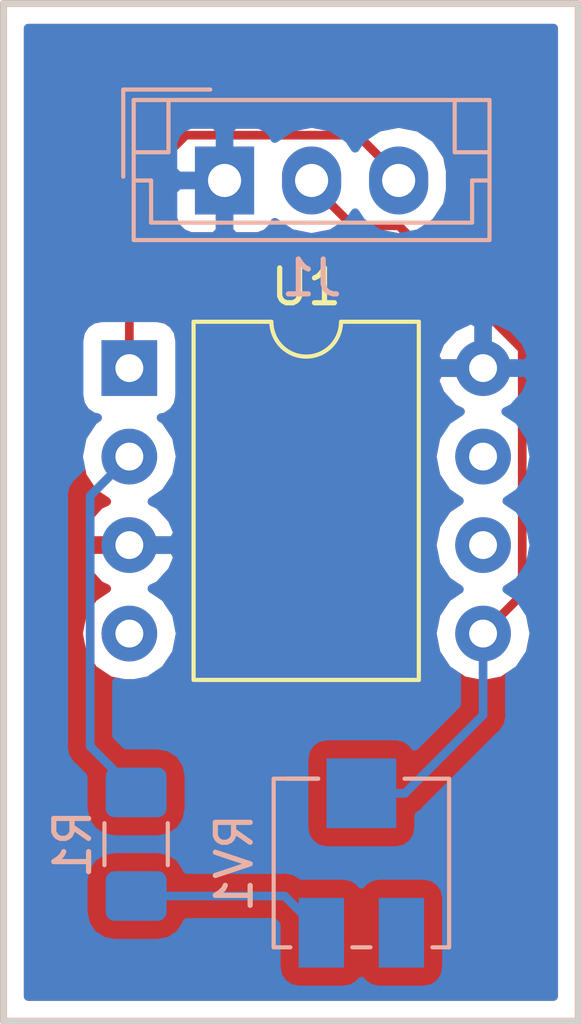
<source format=kicad_pcb>
(kicad_pcb (version 20171130) (host pcbnew "(5.0.0-3-g5ebb6b6)")

  (general
    (thickness 1.6)
    (drawings 8)
    (tracks 22)
    (zones 0)
    (modules 4)
    (nets 10)
  )

  (page A4)
  (layers
    (0 F.Cu signal)
    (31 B.Cu signal)
    (32 B.Adhes user)
    (33 F.Adhes user)
    (34 B.Paste user)
    (35 F.Paste user)
    (36 B.SilkS user)
    (37 F.SilkS user)
    (38 B.Mask user)
    (39 F.Mask user)
    (40 Dwgs.User user)
    (41 Cmts.User user)
    (42 Eco1.User user)
    (43 Eco2.User user)
    (44 Edge.Cuts user)
    (45 Margin user)
    (46 B.CrtYd user)
    (47 F.CrtYd user)
    (48 B.Fab user)
    (49 F.Fab user)
  )

  (setup
    (last_trace_width 0.25)
    (trace_clearance 0.2)
    (zone_clearance 0.508)
    (zone_45_only no)
    (trace_min 0.2)
    (segment_width 0.2)
    (edge_width 0.15)
    (via_size 0.8)
    (via_drill 0.4)
    (via_min_size 0.4)
    (via_min_drill 0.3)
    (uvia_size 0.3)
    (uvia_drill 0.1)
    (uvias_allowed no)
    (uvia_min_size 0.2)
    (uvia_min_drill 0.1)
    (pcb_text_width 0.3)
    (pcb_text_size 1.5 1.5)
    (mod_edge_width 0.15)
    (mod_text_size 1 1)
    (mod_text_width 0.15)
    (pad_size 1.524 1.524)
    (pad_drill 0.762)
    (pad_to_mask_clearance 0.2)
    (aux_axis_origin 0 0)
    (visible_elements FFFFFF7F)
    (pcbplotparams
      (layerselection 0x010fc_ffffffff)
      (usegerberextensions false)
      (usegerberattributes false)
      (usegerberadvancedattributes false)
      (creategerberjobfile false)
      (excludeedgelayer true)
      (linewidth 0.100000)
      (plotframeref false)
      (viasonmask false)
      (mode 1)
      (useauxorigin false)
      (hpglpennumber 1)
      (hpglpenspeed 20)
      (hpglpendiameter 15.000000)
      (psnegative false)
      (psa4output false)
      (plotreference true)
      (plotvalue true)
      (plotinvisibletext false)
      (padsonsilk false)
      (subtractmaskfromsilk false)
      (outputformat 1)
      (mirror false)
      (drillshape 0)
      (scaleselection 1)
      (outputdirectory "gerbers"))
  )

  (net 0 "")
  (net 1 "Net-(J1-Pad2)")
  (net 2 "Net-(RV1-Pad3)")
  (net 3 +5V)
  (net 4 "Net-(U1-Pad6)")
  (net 5 GND)
  (net 6 "Net-(U1-Pad7)")
  (net 7 "Net-(U1-Pad4)")
  (net 8 "Net-(R1-Pad1)")
  (net 9 "Net-(R1-Pad2)")

  (net_class Default "Dies ist die voreingestellte Netzklasse."
    (clearance 0.2)
    (trace_width 0.25)
    (via_dia 0.8)
    (via_drill 0.4)
    (uvia_dia 0.3)
    (uvia_drill 0.1)
    (add_net +5V)
    (add_net GND)
    (add_net "Net-(J1-Pad2)")
    (add_net "Net-(R1-Pad1)")
    (add_net "Net-(R1-Pad2)")
    (add_net "Net-(RV1-Pad3)")
    (add_net "Net-(U1-Pad4)")
    (add_net "Net-(U1-Pad6)")
    (add_net "Net-(U1-Pad7)")
  )

  (module Connector_JST:JST_EH_B03B-EH-A_1x03_P2.50mm_Vertical (layer B.Cu) (tedit 5A0EB040) (tstamp 5BC51AFC)
    (at 156.21 72.39)
    (descr "JST EH series connector, B03B-EH-A (http://www.jst-mfg.com/product/pdf/eng/eEH.pdf), generated with kicad-footprint-generator")
    (tags "connector JST EH side entry")
    (path /5BB8BEEF)
    (fp_text reference J1 (at 2.5 2.8) (layer B.SilkS)
      (effects (font (size 1 1) (thickness 0.15)) (justify mirror))
    )
    (fp_text value Conn_01x03_Male (at 2.5 -3.4) (layer B.Fab)
      (effects (font (size 1 1) (thickness 0.15)) (justify mirror))
    )
    (fp_line (start -2.5 1.6) (end -2.5 -2.2) (layer B.Fab) (width 0.1))
    (fp_line (start -2.5 -2.2) (end 7.5 -2.2) (layer B.Fab) (width 0.1))
    (fp_line (start 7.5 -2.2) (end 7.5 1.6) (layer B.Fab) (width 0.1))
    (fp_line (start 7.5 1.6) (end -2.5 1.6) (layer B.Fab) (width 0.1))
    (fp_line (start -3 2.1) (end -3 -2.7) (layer B.CrtYd) (width 0.05))
    (fp_line (start -3 -2.7) (end 8 -2.7) (layer B.CrtYd) (width 0.05))
    (fp_line (start 8 -2.7) (end 8 2.1) (layer B.CrtYd) (width 0.05))
    (fp_line (start 8 2.1) (end -3 2.1) (layer B.CrtYd) (width 0.05))
    (fp_line (start -2.61 1.71) (end -2.61 -2.31) (layer B.SilkS) (width 0.12))
    (fp_line (start -2.61 -2.31) (end 7.61 -2.31) (layer B.SilkS) (width 0.12))
    (fp_line (start 7.61 -2.31) (end 7.61 1.71) (layer B.SilkS) (width 0.12))
    (fp_line (start 7.61 1.71) (end -2.61 1.71) (layer B.SilkS) (width 0.12))
    (fp_line (start -2.61 0) (end -2.11 0) (layer B.SilkS) (width 0.12))
    (fp_line (start -2.11 0) (end -2.11 1.21) (layer B.SilkS) (width 0.12))
    (fp_line (start -2.11 1.21) (end 7.11 1.21) (layer B.SilkS) (width 0.12))
    (fp_line (start 7.11 1.21) (end 7.11 0) (layer B.SilkS) (width 0.12))
    (fp_line (start 7.11 0) (end 7.61 0) (layer B.SilkS) (width 0.12))
    (fp_line (start -2.61 -0.81) (end -1.61 -0.81) (layer B.SilkS) (width 0.12))
    (fp_line (start -1.61 -0.81) (end -1.61 -2.31) (layer B.SilkS) (width 0.12))
    (fp_line (start 7.61 -0.81) (end 6.61 -0.81) (layer B.SilkS) (width 0.12))
    (fp_line (start 6.61 -0.81) (end 6.61 -2.31) (layer B.SilkS) (width 0.12))
    (fp_line (start -2.91 -0.11) (end -2.91 -2.61) (layer B.SilkS) (width 0.12))
    (fp_line (start -2.91 -2.61) (end -0.41 -2.61) (layer B.SilkS) (width 0.12))
    (fp_line (start -2.91 -0.11) (end -2.91 -2.61) (layer B.Fab) (width 0.1))
    (fp_line (start -2.91 -2.61) (end -0.41 -2.61) (layer B.Fab) (width 0.1))
    (fp_text user %R (at 2.5 -1.5) (layer B.Fab)
      (effects (font (size 1 1) (thickness 0.15)) (justify mirror))
    )
    (pad 1 thru_hole rect (at 0 0) (size 1.7 1.95) (drill 0.95) (layers *.Cu *.Mask)
      (net 5 GND))
    (pad 2 thru_hole oval (at 2.5 0) (size 1.7 1.95) (drill 0.95) (layers *.Cu *.Mask)
      (net 1 "Net-(J1-Pad2)"))
    (pad 3 thru_hole oval (at 5 0) (size 1.7 1.95) (drill 0.95) (layers *.Cu *.Mask)
      (net 3 +5V))
    (model ${KISYS3DMOD}/Connector_JST.3dshapes/JST_EH_B03B-EH-A_1x03_P2.50mm_Vertical.wrl
      (at (xyz 0 0 0))
      (scale (xyz 1 1 1))
      (rotate (xyz 0 0 0))
    )
  )

  (module Package_DIP:DIP-8_W10.16mm (layer F.Cu) (tedit 5A02E8C5) (tstamp 5BC51ADB)
    (at 153.475001 77.775001)
    (descr "8-lead though-hole mounted DIP package, row spacing 10.16 mm (400 mils)")
    (tags "THT DIP DIL PDIP 2.54mm 10.16mm 400mil")
    (path /5BB8B268)
    (fp_text reference U1 (at 5.08 -2.33) (layer F.SilkS)
      (effects (font (size 1 1) (thickness 0.15)))
    )
    (fp_text value opt101 (at 5.08 9.95) (layer F.Fab)
      (effects (font (size 1 1) (thickness 0.15)))
    )
    (fp_arc (start 5.08 -1.33) (end 4.08 -1.33) (angle -180) (layer F.SilkS) (width 0.12))
    (fp_line (start 2.905 -1.27) (end 8.255 -1.27) (layer F.Fab) (width 0.1))
    (fp_line (start 8.255 -1.27) (end 8.255 8.89) (layer F.Fab) (width 0.1))
    (fp_line (start 8.255 8.89) (end 1.905 8.89) (layer F.Fab) (width 0.1))
    (fp_line (start 1.905 8.89) (end 1.905 -0.27) (layer F.Fab) (width 0.1))
    (fp_line (start 1.905 -0.27) (end 2.905 -1.27) (layer F.Fab) (width 0.1))
    (fp_line (start 4.08 -1.33) (end 1.845 -1.33) (layer F.SilkS) (width 0.12))
    (fp_line (start 1.845 -1.33) (end 1.845 8.95) (layer F.SilkS) (width 0.12))
    (fp_line (start 1.845 8.95) (end 8.315 8.95) (layer F.SilkS) (width 0.12))
    (fp_line (start 8.315 8.95) (end 8.315 -1.33) (layer F.SilkS) (width 0.12))
    (fp_line (start 8.315 -1.33) (end 6.08 -1.33) (layer F.SilkS) (width 0.12))
    (fp_line (start -1.05 -1.55) (end -1.05 9.15) (layer F.CrtYd) (width 0.05))
    (fp_line (start -1.05 9.15) (end 11.25 9.15) (layer F.CrtYd) (width 0.05))
    (fp_line (start 11.25 9.15) (end 11.25 -1.55) (layer F.CrtYd) (width 0.05))
    (fp_line (start 11.25 -1.55) (end -1.05 -1.55) (layer F.CrtYd) (width 0.05))
    (fp_text user %R (at 5.08 3.81) (layer F.Fab)
      (effects (font (size 1 1) (thickness 0.15)))
    )
    (pad 1 thru_hole rect (at 0 0) (size 1.6 1.6) (drill 0.8) (layers *.Cu *.Mask)
      (net 3 +5V))
    (pad 5 thru_hole oval (at 10.16 7.62) (size 1.6 1.6) (drill 0.8) (layers *.Cu *.Mask)
      (net 1 "Net-(J1-Pad2)"))
    (pad 2 thru_hole oval (at 0 2.54) (size 1.6 1.6) (drill 0.8) (layers *.Cu *.Mask)
      (net 8 "Net-(R1-Pad1)"))
    (pad 6 thru_hole oval (at 10.16 5.08) (size 1.6 1.6) (drill 0.8) (layers *.Cu *.Mask)
      (net 4 "Net-(U1-Pad6)"))
    (pad 3 thru_hole oval (at 0 5.08) (size 1.6 1.6) (drill 0.8) (layers *.Cu *.Mask)
      (net 5 GND))
    (pad 7 thru_hole oval (at 10.16 2.54) (size 1.6 1.6) (drill 0.8) (layers *.Cu *.Mask)
      (net 6 "Net-(U1-Pad7)"))
    (pad 4 thru_hole oval (at 0 7.62) (size 1.6 1.6) (drill 0.8) (layers *.Cu *.Mask)
      (net 7 "Net-(U1-Pad4)"))
    (pad 8 thru_hole oval (at 10.16 0) (size 1.6 1.6) (drill 0.8) (layers *.Cu *.Mask)
      (net 5 GND))
    (model ${KISYS3DMOD}/Package_DIP.3dshapes/DIP-8_W10.16mm.wrl
      (at (xyz 0 0 0))
      (scale (xyz 1 1 1))
      (rotate (xyz 0 0 0))
    )
  )

  (module Potentiometer_SMD:Potentiometer_Bourns_3214J_Horizontal (layer B.Cu) (tedit 5A3D7171) (tstamp 5BC51ABF)
    (at 160.14 91.98 270)
    (descr "Potentiometer, horizontal, Bourns 3214J, https://www.bourns.com/docs/Product-Datasheets/3214.pdf")
    (tags "Potentiometer horizontal Bourns 3214J")
    (path /5BB8C8FB)
    (attr smd)
    (fp_text reference RV1 (at 0 3.65 270) (layer B.SilkS)
      (effects (font (size 1 1) (thickness 0.15)) (justify mirror))
    )
    (fp_text value R_POT (at 0 -3.65 270) (layer B.Fab)
      (effects (font (size 1 1) (thickness 0.15)) (justify mirror))
    )
    (fp_line (start -2.3 2.4) (end -2.3 -2.4) (layer B.Fab) (width 0.1))
    (fp_line (start -2.3 -2.4) (end 2.3 -2.4) (layer B.Fab) (width 0.1))
    (fp_line (start 2.3 -2.4) (end 2.3 2.4) (layer B.Fab) (width 0.1))
    (fp_line (start 2.3 2.4) (end -2.3 2.4) (layer B.Fab) (width 0.1))
    (fp_line (start -2.3 2.02) (end -2.3 0.24) (layer B.Fab) (width 0.1))
    (fp_line (start -2.3 0.24) (end -2.3 0.24) (layer B.Fab) (width 0.1))
    (fp_line (start -2.3 0.24) (end -2.3 2.02) (layer B.Fab) (width 0.1))
    (fp_line (start -2.3 2.02) (end -2.3 2.02) (layer B.Fab) (width 0.1))
    (fp_line (start -2.3 1.13) (end -2.3 1.13) (layer B.Fab) (width 0.1))
    (fp_line (start -2.42 2.52) (end 2.42 2.52) (layer B.SilkS) (width 0.12))
    (fp_line (start -2.42 -2.52) (end 2.42 -2.52) (layer B.SilkS) (width 0.12))
    (fp_line (start -2.42 2.52) (end -2.42 1.24) (layer B.SilkS) (width 0.12))
    (fp_line (start -2.42 -1.24) (end -2.42 -2.52) (layer B.SilkS) (width 0.12))
    (fp_line (start 2.42 2.52) (end 2.42 2.04) (layer B.SilkS) (width 0.12))
    (fp_line (start 2.42 0.26) (end 2.42 -0.26) (layer B.SilkS) (width 0.12))
    (fp_line (start 2.42 -2.04) (end 2.42 -2.52) (layer B.SilkS) (width 0.12))
    (fp_line (start -2.42 2.14) (end -2.42 2.14) (layer B.SilkS) (width 0.12))
    (fp_line (start -2.42 2.14) (end -2.42 1.24) (layer B.SilkS) (width 0.12))
    (fp_line (start -2.42 2.14) (end -2.42 1.24) (layer B.SilkS) (width 0.12))
    (fp_line (start -3.25 2.65) (end -3.25 -2.65) (layer B.CrtYd) (width 0.05))
    (fp_line (start -3.25 -2.65) (end 3.25 -2.65) (layer B.CrtYd) (width 0.05))
    (fp_line (start 3.25 -2.65) (end 3.25 2.65) (layer B.CrtYd) (width 0.05))
    (fp_line (start 3.25 2.65) (end -3.25 2.65) (layer B.CrtYd) (width 0.05))
    (fp_text user %R (at 0 0 270) (layer B.Fab)
      (effects (font (size 1 1) (thickness 0.15)) (justify mirror))
    )
    (pad 1 smd rect (at 2 1.15 270) (size 2 1.3) (layers B.Cu B.Paste B.Mask)
      (net 9 "Net-(R1-Pad2)"))
    (pad 2 smd rect (at -2 0 270) (size 2 2) (layers B.Cu B.Paste B.Mask)
      (net 1 "Net-(J1-Pad2)"))
    (pad 3 smd rect (at 2 -1.15 270) (size 2 1.3) (layers B.Cu B.Paste B.Mask)
      (net 2 "Net-(RV1-Pad3)"))
    (model ${KISYS3DMOD}/Potentiometer_SMD.3dshapes/Potentiometer_Bourns_3214J_Horizontal.wrl
      (at (xyz 0 0 0))
      (scale (xyz 1 1 1))
      (rotate (xyz 0 0 0))
    )
  )

  (module Resistor_SMD:R_1206_3216Metric_Pad1.42x1.75mm_HandSolder (layer B.Cu) (tedit 5B301BBD) (tstamp 5BC51AA0)
    (at 153.67 91.44 270)
    (descr "Resistor SMD 1206 (3216 Metric), square (rectangular) end terminal, IPC_7351 nominal with elongated pad for handsoldering. (Body size source: http://www.tortai-tech.com/upload/download/2011102023233369053.pdf), generated with kicad-footprint-generator")
    (tags "resistor handsolder")
    (path /5BB8D4AE)
    (attr smd)
    (fp_text reference R1 (at 0 1.82 270) (layer B.SilkS)
      (effects (font (size 1 1) (thickness 0.15)) (justify mirror))
    )
    (fp_text value R (at 0 -1.82 270) (layer B.Fab)
      (effects (font (size 1 1) (thickness 0.15)) (justify mirror))
    )
    (fp_line (start -1.6 -0.8) (end -1.6 0.8) (layer B.Fab) (width 0.1))
    (fp_line (start -1.6 0.8) (end 1.6 0.8) (layer B.Fab) (width 0.1))
    (fp_line (start 1.6 0.8) (end 1.6 -0.8) (layer B.Fab) (width 0.1))
    (fp_line (start 1.6 -0.8) (end -1.6 -0.8) (layer B.Fab) (width 0.1))
    (fp_line (start -0.602064 0.91) (end 0.602064 0.91) (layer B.SilkS) (width 0.12))
    (fp_line (start -0.602064 -0.91) (end 0.602064 -0.91) (layer B.SilkS) (width 0.12))
    (fp_line (start -2.45 -1.12) (end -2.45 1.12) (layer B.CrtYd) (width 0.05))
    (fp_line (start -2.45 1.12) (end 2.45 1.12) (layer B.CrtYd) (width 0.05))
    (fp_line (start 2.45 1.12) (end 2.45 -1.12) (layer B.CrtYd) (width 0.05))
    (fp_line (start 2.45 -1.12) (end -2.45 -1.12) (layer B.CrtYd) (width 0.05))
    (fp_text user %R (at 0 0 270) (layer B.Fab)
      (effects (font (size 0.8 0.8) (thickness 0.12)) (justify mirror))
    )
    (pad 1 smd roundrect (at -1.4875 0 270) (size 1.425 1.75) (layers B.Cu B.Paste B.Mask) (roundrect_rratio 0.175439)
      (net 8 "Net-(R1-Pad1)"))
    (pad 2 smd roundrect (at 1.4875 0 270) (size 1.425 1.75) (layers B.Cu B.Paste B.Mask) (roundrect_rratio 0.175439)
      (net 9 "Net-(R1-Pad2)"))
    (model ${KISYS3DMOD}/Resistor_SMD.3dshapes/R_1206_3216Metric.wrl
      (at (xyz 0 0 0))
      (scale (xyz 1 1 1))
      (rotate (xyz 0 0 0))
    )
  )

  (gr_line (start 166.37 67.31) (end 149.86 67.31) (layer Edge.Cuts) (width 0.15))
  (gr_line (start 166.37 96.52) (end 166.37 67.31) (layer Edge.Cuts) (width 0.15))
  (gr_line (start 149.86 96.52) (end 166.37 96.52) (layer Edge.Cuts) (width 0.15))
  (gr_line (start 149.86 67.31) (end 149.86 96.52) (layer Edge.Cuts) (width 0.15))
  (gr_line (start 149.86 67.31) (end 166.37 67.31) (layer B.SilkS) (width 0.2))
  (gr_line (start 166.37 96.52) (end 166.37 67.31) (layer B.SilkS) (width 0.2))
  (gr_line (start 149.86 96.52) (end 166.37 96.52) (layer B.SilkS) (width 0.2))
  (gr_line (start 149.86 67.31) (end 149.86 96.52) (layer B.SilkS) (width 0.2))

  (segment (start 164.435 84.595002) (end 163.635001 85.395001) (width 0.25) (layer F.Cu) (net 1))
  (segment (start 164.760002 84.27) (end 164.435 84.595002) (width 0.25) (layer F.Cu) (net 1))
  (segment (start 161.215012 73.69001) (end 164.760002 77.235) (width 0.25) (layer F.Cu) (net 1))
  (segment (start 159.88501 73.69001) (end 161.215012 73.69001) (width 0.25) (layer F.Cu) (net 1))
  (segment (start 164.760002 77.235) (end 164.760002 84.27) (width 0.25) (layer F.Cu) (net 1))
  (segment (start 158.71 72.515) (end 159.88501 73.69001) (width 0.25) (layer F.Cu) (net 1))
  (segment (start 158.71 72.39) (end 158.71 72.515) (width 0.25) (layer F.Cu) (net 1))
  (segment (start 163.635001 87.734999) (end 163.635001 86.526371) (width 0.25) (layer B.Cu) (net 1))
  (segment (start 161.39 89.98) (end 163.635001 87.734999) (width 0.25) (layer B.Cu) (net 1))
  (segment (start 163.635001 86.526371) (end 163.635001 85.395001) (width 0.25) (layer B.Cu) (net 1))
  (segment (start 160.14 89.98) (end 161.39 89.98) (width 0.25) (layer B.Cu) (net 1))
  (segment (start 161.21 72.265) (end 161.21 72.39) (width 0.25) (layer F.Cu) (net 3))
  (segment (start 160.034999 71.089999) (end 161.21 72.265) (width 0.25) (layer F.Cu) (net 3))
  (segment (start 155.099999 71.089999) (end 160.034999 71.089999) (width 0.25) (layer F.Cu) (net 3))
  (segment (start 153.475001 72.714997) (end 155.099999 71.089999) (width 0.25) (layer F.Cu) (net 3))
  (segment (start 153.475001 77.775001) (end 153.475001 72.714997) (width 0.25) (layer F.Cu) (net 3))
  (segment (start 152.898653 89.181153) (end 153.67 89.9525) (width 0.25) (layer B.Cu) (net 8))
  (segment (start 152.35 88.6325) (end 152.898653 89.181153) (width 0.25) (layer B.Cu) (net 8))
  (segment (start 152.35 81.440002) (end 152.35 88.6325) (width 0.25) (layer B.Cu) (net 8))
  (segment (start 153.475001 80.315001) (end 152.35 81.440002) (width 0.25) (layer B.Cu) (net 8))
  (segment (start 157.9375 92.9275) (end 158.99 93.98) (width 0.25) (layer B.Cu) (net 9))
  (segment (start 153.67 92.9275) (end 157.9375 92.9275) (width 0.25) (layer B.Cu) (net 9))

  (zone (net 5) (net_name GND) (layer F.Cu) (tstamp 5BC51E50) (hatch edge 0.508)
    (connect_pads (clearance 0.508))
    (min_thickness 0.254)
    (fill yes (arc_segments 16) (thermal_gap 0.508) (thermal_bridge_width 0.508))
    (polygon
      (pts
        (xy 149.86 67.31) (xy 149.86 96.52) (xy 166.37 96.52) (xy 166.37 67.31)
      )
    )
    (filled_polygon
      (pts
        (xy 165.66 95.81) (xy 150.57 95.81) (xy 150.57 85.395001) (xy 152.011888 85.395001) (xy 152.123261 85.95491)
        (xy 152.440424 86.429578) (xy 152.915092 86.746741) (xy 153.333668 86.830001) (xy 153.616334 86.830001) (xy 154.03491 86.746741)
        (xy 154.509578 86.429578) (xy 154.826741 85.95491) (xy 154.938114 85.395001) (xy 154.826741 84.835092) (xy 154.509578 84.360424)
        (xy 154.125893 84.104054) (xy 154.330135 84.00739) (xy 154.706042 83.592424) (xy 154.866905 83.20404) (xy 154.744916 82.982001)
        (xy 153.602001 82.982001) (xy 153.602001 83.002001) (xy 153.348001 83.002001) (xy 153.348001 82.982001) (xy 152.205086 82.982001)
        (xy 152.083097 83.20404) (xy 152.24396 83.592424) (xy 152.619867 84.00739) (xy 152.824109 84.104054) (xy 152.440424 84.360424)
        (xy 152.123261 84.835092) (xy 152.011888 85.395001) (xy 150.57 85.395001) (xy 150.57 80.315001) (xy 152.011888 80.315001)
        (xy 152.123261 80.87491) (xy 152.440424 81.349578) (xy 152.824109 81.605948) (xy 152.619867 81.702612) (xy 152.24396 82.117578)
        (xy 152.083097 82.505962) (xy 152.205086 82.728001) (xy 153.348001 82.728001) (xy 153.348001 82.708001) (xy 153.602001 82.708001)
        (xy 153.602001 82.728001) (xy 154.744916 82.728001) (xy 154.866905 82.505962) (xy 154.706042 82.117578) (xy 154.330135 81.702612)
        (xy 154.125893 81.605948) (xy 154.509578 81.349578) (xy 154.826741 80.87491) (xy 154.938114 80.315001) (xy 154.826741 79.755092)
        (xy 154.509578 79.280424) (xy 154.388895 79.199786) (xy 154.522766 79.173158) (xy 154.73281 79.03281) (xy 154.873158 78.822766)
        (xy 154.922441 78.575001) (xy 154.922441 76.975001) (xy 154.873158 76.727236) (xy 154.73281 76.517192) (xy 154.522766 76.376844)
        (xy 154.275001 76.327561) (xy 154.235001 76.327561) (xy 154.235001 73.029798) (xy 154.747798 72.517002) (xy 154.883748 72.517002)
        (xy 154.725 72.67575) (xy 154.725 73.49131) (xy 154.821673 73.724699) (xy 155.000302 73.903327) (xy 155.233691 74)
        (xy 155.92425 74) (xy 156.083 73.84125) (xy 156.083 72.517) (xy 156.063 72.517) (xy 156.063 72.263)
        (xy 156.083 72.263) (xy 156.083 72.243) (xy 156.337 72.243) (xy 156.337 72.263) (xy 156.357 72.263)
        (xy 156.357 72.517) (xy 156.337 72.517) (xy 156.337 73.84125) (xy 156.49575 74) (xy 157.186309 74)
        (xy 157.419698 73.903327) (xy 157.598327 73.724699) (xy 157.652344 73.594291) (xy 158.130583 73.913839) (xy 158.71 74.029092)
        (xy 159.076408 73.956209) (xy 159.29468 74.174482) (xy 159.337081 74.237939) (xy 159.588473 74.405914) (xy 159.810158 74.45001)
        (xy 159.810162 74.45001) (xy 159.885009 74.464898) (xy 159.959856 74.45001) (xy 160.900211 74.45001) (xy 162.978706 76.528505)
        (xy 162.779867 76.622612) (xy 162.40396 77.037578) (xy 162.243097 77.425962) (xy 162.365086 77.648001) (xy 163.508001 77.648001)
        (xy 163.508001 77.628001) (xy 163.762001 77.628001) (xy 163.762001 77.648001) (xy 163.782001 77.648001) (xy 163.782001 77.902001)
        (xy 163.762001 77.902001) (xy 163.762001 77.922001) (xy 163.508001 77.922001) (xy 163.508001 77.902001) (xy 162.365086 77.902001)
        (xy 162.243097 78.12404) (xy 162.40396 78.512424) (xy 162.779867 78.92739) (xy 162.984109 79.024054) (xy 162.600424 79.280424)
        (xy 162.283261 79.755092) (xy 162.171888 80.315001) (xy 162.283261 80.87491) (xy 162.600424 81.349578) (xy 162.952759 81.585001)
        (xy 162.600424 81.820424) (xy 162.283261 82.295092) (xy 162.171888 82.855001) (xy 162.283261 83.41491) (xy 162.600424 83.889578)
        (xy 162.952759 84.125001) (xy 162.600424 84.360424) (xy 162.283261 84.835092) (xy 162.171888 85.395001) (xy 162.283261 85.95491)
        (xy 162.600424 86.429578) (xy 163.075092 86.746741) (xy 163.493668 86.830001) (xy 163.776334 86.830001) (xy 164.19491 86.746741)
        (xy 164.669578 86.429578) (xy 164.986741 85.95491) (xy 165.098114 85.395001) (xy 165.033689 85.071114) (xy 165.244472 84.860331)
        (xy 165.307931 84.817929) (xy 165.475906 84.566537) (xy 165.520002 84.344852) (xy 165.520002 84.344848) (xy 165.53489 84.270001)
        (xy 165.520002 84.195154) (xy 165.520002 77.309847) (xy 165.53489 77.235) (xy 165.520002 77.160153) (xy 165.520002 77.160148)
        (xy 165.475906 76.938463) (xy 165.307931 76.687071) (xy 165.244475 76.644671) (xy 162.223559 73.623756) (xy 162.280625 73.585625)
        (xy 162.608839 73.094417) (xy 162.695 72.661255) (xy 162.695 72.118744) (xy 162.608839 71.685582) (xy 162.280625 71.194375)
        (xy 161.789417 70.866161) (xy 161.21 70.750908) (xy 160.843592 70.823791) (xy 160.62533 70.605529) (xy 160.582928 70.54207)
        (xy 160.331536 70.374095) (xy 160.109851 70.329999) (xy 160.109846 70.329999) (xy 160.034999 70.315111) (xy 159.960152 70.329999)
        (xy 155.174845 70.329999) (xy 155.099998 70.315111) (xy 155.025151 70.329999) (xy 155.025147 70.329999) (xy 154.803462 70.374095)
        (xy 154.55207 70.54207) (xy 154.50967 70.605526) (xy 152.990529 72.124668) (xy 152.927073 72.167068) (xy 152.884673 72.230524)
        (xy 152.884672 72.230525) (xy 152.759098 72.41846) (xy 152.700113 72.714997) (xy 152.715002 72.789849) (xy 152.715001 76.327561)
        (xy 152.675001 76.327561) (xy 152.427236 76.376844) (xy 152.217192 76.517192) (xy 152.076844 76.727236) (xy 152.027561 76.975001)
        (xy 152.027561 78.575001) (xy 152.076844 78.822766) (xy 152.217192 79.03281) (xy 152.427236 79.173158) (xy 152.561107 79.199786)
        (xy 152.440424 79.280424) (xy 152.123261 79.755092) (xy 152.011888 80.315001) (xy 150.57 80.315001) (xy 150.57 68.02)
        (xy 165.660001 68.02)
      )
    )
  )
  (zone (net 5) (net_name GND) (layer B.Cu) (tstamp 5BC51E4D) (hatch edge 0.508)
    (connect_pads (clearance 0.508))
    (min_thickness 0.254)
    (fill yes (arc_segments 16) (thermal_gap 0.508) (thermal_bridge_width 0.508))
    (polygon
      (pts
        (xy 149.86 67.31) (xy 149.86 96.52) (xy 166.37 96.52) (xy 166.37 67.31)
      )
    )
    (filled_polygon
      (pts
        (xy 165.66 95.81) (xy 150.57 95.81) (xy 150.57 92.465) (xy 152.14756 92.465) (xy 152.14756 93.39)
        (xy 152.215874 93.733435) (xy 152.410414 94.024586) (xy 152.701565 94.219126) (xy 153.045 94.28744) (xy 154.295 94.28744)
        (xy 154.638435 94.219126) (xy 154.929586 94.024586) (xy 155.124126 93.733435) (xy 155.133263 93.6875) (xy 157.622699 93.6875)
        (xy 157.69256 93.757361) (xy 157.69256 94.98) (xy 157.741843 95.227765) (xy 157.882191 95.437809) (xy 158.092235 95.578157)
        (xy 158.34 95.62744) (xy 159.64 95.62744) (xy 159.887765 95.578157) (xy 160.097809 95.437809) (xy 160.14 95.374666)
        (xy 160.182191 95.437809) (xy 160.392235 95.578157) (xy 160.64 95.62744) (xy 161.94 95.62744) (xy 162.187765 95.578157)
        (xy 162.397809 95.437809) (xy 162.538157 95.227765) (xy 162.58744 94.98) (xy 162.58744 92.98) (xy 162.538157 92.732235)
        (xy 162.397809 92.522191) (xy 162.187765 92.381843) (xy 161.94 92.33256) (xy 160.64 92.33256) (xy 160.392235 92.381843)
        (xy 160.182191 92.522191) (xy 160.14 92.585334) (xy 160.097809 92.522191) (xy 159.887765 92.381843) (xy 159.64 92.33256)
        (xy 158.415072 92.33256) (xy 158.234037 92.211596) (xy 158.012352 92.1675) (xy 158.012347 92.1675) (xy 157.9375 92.152612)
        (xy 157.862653 92.1675) (xy 155.133263 92.1675) (xy 155.124126 92.121565) (xy 154.929586 91.830414) (xy 154.638435 91.635874)
        (xy 154.295 91.56756) (xy 153.045 91.56756) (xy 152.701565 91.635874) (xy 152.410414 91.830414) (xy 152.215874 92.121565)
        (xy 152.14756 92.465) (xy 150.57 92.465) (xy 150.57 81.440002) (xy 151.575112 81.440002) (xy 151.59 81.514849)
        (xy 151.590001 88.557648) (xy 151.575112 88.6325) (xy 151.590001 88.707352) (xy 151.634097 88.929037) (xy 151.802072 89.180429)
        (xy 151.865528 89.222829) (xy 152.14756 89.504862) (xy 152.14756 90.415) (xy 152.215874 90.758435) (xy 152.410414 91.049586)
        (xy 152.701565 91.244126) (xy 153.045 91.31244) (xy 154.295 91.31244) (xy 154.638435 91.244126) (xy 154.929586 91.049586)
        (xy 155.124126 90.758435) (xy 155.19244 90.415) (xy 155.19244 89.49) (xy 155.124126 89.146565) (xy 155.012832 88.98)
        (xy 158.49256 88.98) (xy 158.49256 90.98) (xy 158.541843 91.227765) (xy 158.682191 91.437809) (xy 158.892235 91.578157)
        (xy 159.14 91.62744) (xy 161.14 91.62744) (xy 161.387765 91.578157) (xy 161.597809 91.437809) (xy 161.738157 91.227765)
        (xy 161.78744 90.98) (xy 161.78744 90.628483) (xy 161.937929 90.527929) (xy 161.980331 90.46447) (xy 164.119474 88.325328)
        (xy 164.18293 88.282928) (xy 164.350905 88.031536) (xy 164.395001 87.809851) (xy 164.395001 87.809846) (xy 164.409889 87.734999)
        (xy 164.395001 87.660152) (xy 164.395001 86.613044) (xy 164.669578 86.429578) (xy 164.986741 85.95491) (xy 165.098114 85.395001)
        (xy 164.986741 84.835092) (xy 164.669578 84.360424) (xy 164.317243 84.125001) (xy 164.669578 83.889578) (xy 164.986741 83.41491)
        (xy 165.098114 82.855001) (xy 164.986741 82.295092) (xy 164.669578 81.820424) (xy 164.317243 81.585001) (xy 164.669578 81.349578)
        (xy 164.986741 80.87491) (xy 165.098114 80.315001) (xy 164.986741 79.755092) (xy 164.669578 79.280424) (xy 164.285893 79.024054)
        (xy 164.490135 78.92739) (xy 164.866042 78.512424) (xy 165.026905 78.12404) (xy 164.904916 77.902001) (xy 163.762001 77.902001)
        (xy 163.762001 77.922001) (xy 163.508001 77.922001) (xy 163.508001 77.902001) (xy 162.365086 77.902001) (xy 162.243097 78.12404)
        (xy 162.40396 78.512424) (xy 162.779867 78.92739) (xy 162.984109 79.024054) (xy 162.600424 79.280424) (xy 162.283261 79.755092)
        (xy 162.171888 80.315001) (xy 162.283261 80.87491) (xy 162.600424 81.349578) (xy 162.952759 81.585001) (xy 162.600424 81.820424)
        (xy 162.283261 82.295092) (xy 162.171888 82.855001) (xy 162.283261 83.41491) (xy 162.600424 83.889578) (xy 162.952759 84.125001)
        (xy 162.600424 84.360424) (xy 162.283261 84.835092) (xy 162.171888 85.395001) (xy 162.283261 85.95491) (xy 162.600424 86.429578)
        (xy 162.875002 86.613045) (xy 162.875001 87.420197) (xy 161.667984 88.627215) (xy 161.597809 88.522191) (xy 161.387765 88.381843)
        (xy 161.14 88.33256) (xy 159.14 88.33256) (xy 158.892235 88.381843) (xy 158.682191 88.522191) (xy 158.541843 88.732235)
        (xy 158.49256 88.98) (xy 155.012832 88.98) (xy 154.929586 88.855414) (xy 154.638435 88.660874) (xy 154.295 88.59256)
        (xy 153.384862 88.59256) (xy 153.11 88.317699) (xy 153.11 86.785511) (xy 153.333668 86.830001) (xy 153.616334 86.830001)
        (xy 154.03491 86.746741) (xy 154.509578 86.429578) (xy 154.826741 85.95491) (xy 154.938114 85.395001) (xy 154.826741 84.835092)
        (xy 154.509578 84.360424) (xy 154.125893 84.104054) (xy 154.330135 84.00739) (xy 154.706042 83.592424) (xy 154.866905 83.20404)
        (xy 154.744916 82.982001) (xy 153.602001 82.982001) (xy 153.602001 83.002001) (xy 153.348001 83.002001) (xy 153.348001 82.982001)
        (xy 153.328001 82.982001) (xy 153.328001 82.728001) (xy 153.348001 82.728001) (xy 153.348001 82.708001) (xy 153.602001 82.708001)
        (xy 153.602001 82.728001) (xy 154.744916 82.728001) (xy 154.866905 82.505962) (xy 154.706042 82.117578) (xy 154.330135 81.702612)
        (xy 154.125893 81.605948) (xy 154.509578 81.349578) (xy 154.826741 80.87491) (xy 154.938114 80.315001) (xy 154.826741 79.755092)
        (xy 154.509578 79.280424) (xy 154.388895 79.199786) (xy 154.522766 79.173158) (xy 154.73281 79.03281) (xy 154.873158 78.822766)
        (xy 154.922441 78.575001) (xy 154.922441 77.425962) (xy 162.243097 77.425962) (xy 162.365086 77.648001) (xy 163.508001 77.648001)
        (xy 163.508001 76.504372) (xy 163.762001 76.504372) (xy 163.762001 77.648001) (xy 164.904916 77.648001) (xy 165.026905 77.425962)
        (xy 164.866042 77.037578) (xy 164.490135 76.622612) (xy 163.984042 76.383087) (xy 163.762001 76.504372) (xy 163.508001 76.504372)
        (xy 163.28596 76.383087) (xy 162.779867 76.622612) (xy 162.40396 77.037578) (xy 162.243097 77.425962) (xy 154.922441 77.425962)
        (xy 154.922441 76.975001) (xy 154.873158 76.727236) (xy 154.73281 76.517192) (xy 154.522766 76.376844) (xy 154.275001 76.327561)
        (xy 152.675001 76.327561) (xy 152.427236 76.376844) (xy 152.217192 76.517192) (xy 152.076844 76.727236) (xy 152.027561 76.975001)
        (xy 152.027561 78.575001) (xy 152.076844 78.822766) (xy 152.217192 79.03281) (xy 152.427236 79.173158) (xy 152.561107 79.199786)
        (xy 152.440424 79.280424) (xy 152.123261 79.755092) (xy 152.011888 80.315001) (xy 152.076313 80.638888) (xy 151.86553 80.849671)
        (xy 151.802071 80.892073) (xy 151.634096 81.143466) (xy 151.59 81.365151) (xy 151.59 81.365155) (xy 151.575112 81.440002)
        (xy 150.57 81.440002) (xy 150.57 72.67575) (xy 154.725 72.67575) (xy 154.725 73.49131) (xy 154.821673 73.724699)
        (xy 155.000302 73.903327) (xy 155.233691 74) (xy 155.92425 74) (xy 156.083 73.84125) (xy 156.083 72.517)
        (xy 154.88375 72.517) (xy 154.725 72.67575) (xy 150.57 72.67575) (xy 150.57 71.28869) (xy 154.725 71.28869)
        (xy 154.725 72.10425) (xy 154.88375 72.263) (xy 156.083 72.263) (xy 156.083 70.93875) (xy 156.337 70.93875)
        (xy 156.337 72.263) (xy 156.357 72.263) (xy 156.357 72.517) (xy 156.337 72.517) (xy 156.337 73.84125)
        (xy 156.49575 74) (xy 157.186309 74) (xy 157.419698 73.903327) (xy 157.598327 73.724699) (xy 157.652344 73.594291)
        (xy 158.130583 73.913839) (xy 158.71 74.029092) (xy 159.289418 73.913839) (xy 159.780625 73.585625) (xy 159.96 73.317171)
        (xy 160.139375 73.585625) (xy 160.630583 73.913839) (xy 161.21 74.029092) (xy 161.789418 73.913839) (xy 162.280625 73.585625)
        (xy 162.608839 73.094417) (xy 162.695 72.661255) (xy 162.695 72.118744) (xy 162.608839 71.685582) (xy 162.280625 71.194375)
        (xy 161.789417 70.866161) (xy 161.21 70.750908) (xy 160.630582 70.866161) (xy 160.139375 71.194375) (xy 159.96 71.462829)
        (xy 159.780625 71.194375) (xy 159.289417 70.866161) (xy 158.71 70.750908) (xy 158.130582 70.866161) (xy 157.652344 71.185709)
        (xy 157.598327 71.055301) (xy 157.419698 70.876673) (xy 157.186309 70.78) (xy 156.49575 70.78) (xy 156.337 70.93875)
        (xy 156.083 70.93875) (xy 155.92425 70.78) (xy 155.233691 70.78) (xy 155.000302 70.876673) (xy 154.821673 71.055301)
        (xy 154.725 71.28869) (xy 150.57 71.28869) (xy 150.57 68.02) (xy 165.660001 68.02)
      )
    )
  )
)

</source>
